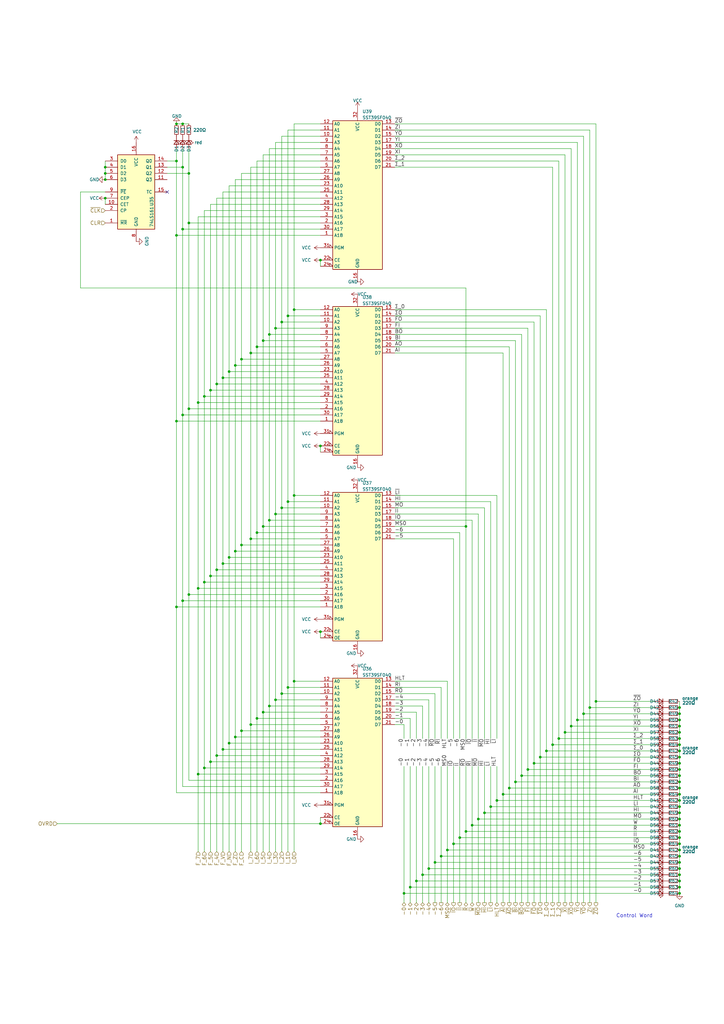
<source format=kicad_sch>
(kicad_sch (version 20230121) (generator eeschema)
  (paper "A3" portrait)
  (junction (at 43.18 81.28))
  (junction (at 91.44 154.94))
  (junction (at 86.36 160.02))
  (junction (at 278.765 333.375))
  (junction (at 96.52 302.26))
  (junction (at 74.93 170.18))
  (junction (at 120.65 279.4))
  (junction (at 77.47 167.64))
  (junction (at 77.47 243.84))
  (junction (at 115.57 208.28))
  (junction (at 173.355 358.775))
  (junction (at 278.765 363.855))
  (junction (at 198.755 333.375))
  (junction (at 278.765 307.975))
  (junction (at 43.18 71.12))
  (junction (at 278.765 338.455))
  (junction (at 219.075 313.055))
  (junction (at 221.615 310.515))
  (junction (at 72.39 96.52))
  (junction (at 118.11 205.74))
  (junction (at 74.93 93.98))
  (junction (at 96.52 149.86))
  (junction (at 239.395 292.735))
  (junction (at 278.765 348.615))
  (junction (at 93.98 228.6))
  (junction (at 211.455 320.675))
  (junction (at 72.39 172.72))
  (junction (at 234.315 297.815))
  (junction (at 93.98 152.4))
  (junction (at 115.57 132.08))
  (junction (at 81.28 165.1))
  (junction (at 83.82 162.56))
  (junction (at 77.47 91.44))
  (junction (at 278.765 328.295))
  (junction (at 229.235 302.895))
  (junction (at 72.39 66.04))
  (junction (at 193.675 338.455))
  (junction (at 191.135 215.9))
  (junction (at 278.765 295.275))
  (junction (at 74.93 50.8))
  (junction (at 105.41 142.24))
  (junction (at 83.82 314.96))
  (junction (at 168.275 363.855))
  (junction (at 178.435 353.695))
  (junction (at 86.36 236.22))
  (junction (at 278.765 302.895))
  (junction (at 99.06 223.52))
  (junction (at 43.18 73.66))
  (junction (at 86.36 312.42))
  (junction (at 226.695 305.435))
  (junction (at 216.535 315.595))
  (junction (at 118.11 129.54))
  (junction (at 77.47 71.12))
  (junction (at 93.98 304.8))
  (junction (at 131.445 182.88))
  (junction (at 165.735 366.395))
  (junction (at 88.9 233.68))
  (junction (at 206.375 325.755))
  (junction (at 278.765 292.735))
  (junction (at 278.765 343.535))
  (junction (at 72.39 248.92))
  (junction (at 102.87 297.18))
  (junction (at 88.9 309.88))
  (junction (at 43.18 68.58))
  (junction (at 213.995 318.135))
  (junction (at 99.06 147.32))
  (junction (at 278.765 330.835))
  (junction (at 244.475 287.655))
  (junction (at 278.765 300.355))
  (junction (at 81.28 317.5))
  (junction (at 278.765 366.395))
  (junction (at 99.06 299.72))
  (junction (at 175.895 356.235))
  (junction (at 278.765 361.315))
  (junction (at 278.765 356.235))
  (junction (at 278.765 310.515))
  (junction (at 118.11 281.94))
  (junction (at 105.41 294.64))
  (junction (at 186.055 346.075))
  (junction (at 107.95 215.9))
  (junction (at 278.765 315.595))
  (junction (at 180.975 351.155))
  (junction (at 278.765 318.135))
  (junction (at 113.03 287.02))
  (junction (at 278.765 290.195))
  (junction (at 91.44 307.34))
  (junction (at 102.87 220.98))
  (junction (at 231.775 300.355))
  (junction (at 81.28 241.3))
  (junction (at 278.765 340.995))
  (junction (at 83.82 238.76))
  (junction (at 74.93 68.58))
  (junction (at 224.155 307.975))
  (junction (at 241.935 290.195))
  (junction (at 278.765 358.775))
  (junction (at 110.49 213.36))
  (junction (at 170.815 361.315))
  (junction (at 105.41 218.44))
  (junction (at 278.765 313.055))
  (junction (at 88.9 157.48))
  (junction (at 278.765 335.915))
  (junction (at 96.52 226.06))
  (junction (at 91.44 231.14))
  (junction (at 120.65 203.2))
  (junction (at 278.765 346.075))
  (junction (at 278.765 323.215))
  (junction (at 188.595 343.535))
  (junction (at 278.765 297.815))
  (junction (at 131.445 259.08))
  (junction (at 113.03 210.82))
  (junction (at 131.445 337.82))
  (junction (at 278.765 305.435))
  (junction (at 278.765 320.675))
  (junction (at 131.445 106.68))
  (junction (at 183.515 348.615))
  (junction (at 107.95 139.7))
  (junction (at 201.295 330.835))
  (junction (at 278.765 325.755))
  (junction (at 203.835 328.295))
  (junction (at 208.915 323.215))
  (junction (at 278.765 353.695))
  (junction (at 74.93 246.38))
  (junction (at 110.49 137.16))
  (junction (at 278.765 351.155))
  (junction (at 236.855 295.275))
  (junction (at 107.95 292.1))
  (junction (at 191.135 340.995))
  (junction (at 102.87 144.78))
  (junction (at 113.03 134.62))
  (junction (at 72.39 50.8))
  (junction (at 110.49 289.56))
  (junction (at 120.65 127))
  (junction (at 115.57 284.48))
  (junction (at 196.215 335.915))
  (no_connect (at 68.58 78.74))
  (wire (pts (xy 33.02 78.74) (xy 33.02 118.11)))
  (wire (pts (xy 161.925 292.1) (xy 170.815 292.1)))
  (wire (pts (xy 278.765 333.375) (xy 278.765 335.915)))
  (wire (pts (xy 99.06 147.32) (xy 99.06 223.52)))
  (wire (pts (xy 93.98 228.6) (xy 93.98 304.8)))
  (wire (pts (xy 88.9 157.48) (xy 88.9 233.68)))
  (wire (pts (xy 102.87 68.58) (xy 131.445 68.58)))
  (wire (pts (xy 173.355 358.775) (xy 173.355 370.205)))
  (wire (pts (xy 81.28 165.1) (xy 131.445 165.1)))
  (wire (pts (xy 278.765 335.915) (xy 278.765 338.455)))
  (wire (pts (xy 278.765 330.835) (xy 278.765 333.375)))
  (wire (pts (xy 278.765 292.735) (xy 278.765 295.275)))
  (wire (pts (xy 278.765 300.355) (xy 278.765 302.895)))
  (wire (pts (xy 244.475 50.8) (xy 244.475 287.655)))
  (wire (pts (xy 99.06 223.52) (xy 99.06 299.72)))
  (wire (pts (xy 131.445 157.48) (xy 88.9 157.48)))
  (wire (pts (xy 278.765 343.535) (xy 278.765 346.075)))
  (wire (pts (xy 81.28 241.3) (xy 81.28 317.5)))
  (wire (pts (xy 91.44 154.94) (xy 131.445 154.94)))
  (wire (pts (xy 198.755 208.28) (xy 198.755 302.895)))
  (wire (pts (xy 186.055 220.98) (xy 186.055 302.895)))
  (wire (pts (xy 161.925 139.7) (xy 211.455 139.7)))
  (wire (pts (xy 211.455 139.7) (xy 211.455 320.675)))
  (wire (pts (xy 105.41 294.64) (xy 105.41 349.25)))
  (wire (pts (xy 198.755 333.375) (xy 268.605 333.375)))
  (wire (pts (xy 161.925 281.94) (xy 180.975 281.94)))
  (wire (pts (xy 107.95 215.9) (xy 107.95 292.1)))
  (wire (pts (xy 229.235 302.895) (xy 229.235 370.205)))
  (wire (pts (xy 74.93 60.96) (xy 74.93 68.58)))
  (wire (pts (xy 81.28 317.5) (xy 81.28 349.25)))
  (wire (pts (xy 186.055 346.075) (xy 186.055 370.205)))
  (wire (pts (xy 231.775 300.355) (xy 231.775 370.205)))
  (wire (pts (xy 219.075 132.08) (xy 219.075 313.055)))
  (wire (pts (xy 91.44 231.14) (xy 131.445 231.14)))
  (wire (pts (xy 74.93 246.38) (xy 131.445 246.38)))
  (wire (pts (xy 83.82 314.96) (xy 83.82 349.25)))
  (wire (pts (xy 278.765 351.155) (xy 278.765 353.695)))
  (wire (pts (xy 278.765 290.195) (xy 278.765 292.735)))
  (wire (pts (xy 72.39 96.52) (xy 131.445 96.52)))
  (wire (pts (xy 105.41 218.44) (xy 131.445 218.44)))
  (wire (pts (xy 180.975 281.94) (xy 180.975 302.895)))
  (wire (pts (xy 278.765 287.655) (xy 278.765 290.195)))
  (wire (pts (xy 131.445 81.28) (xy 88.9 81.28)))
  (wire (pts (xy 96.52 302.26) (xy 131.445 302.26)))
  (wire (pts (xy 131.445 215.9) (xy 107.95 215.9)))
  (wire (pts (xy 120.65 279.4) (xy 120.65 349.25)))
  (wire (pts (xy 115.57 208.28) (xy 115.57 284.48)))
  (wire (pts (xy 99.06 299.72) (xy 99.06 349.25)))
  (wire (pts (xy 96.52 73.66) (xy 96.52 149.86)))
  (wire (pts (xy 102.87 297.18) (xy 131.445 297.18)))
  (wire (pts (xy 77.47 243.84) (xy 77.47 320.04)))
  (wire (pts (xy 110.49 60.96) (xy 110.49 137.16)))
  (wire (pts (xy 278.765 318.135) (xy 278.765 320.675)))
  (wire (pts (xy 113.03 287.02) (xy 131.445 287.02)))
  (wire (pts (xy 161.925 129.54) (xy 221.615 129.54)))
  (wire (pts (xy 102.87 220.98) (xy 102.87 297.18)))
  (wire (pts (xy 105.41 142.24) (xy 131.445 142.24)))
  (wire (pts (xy 113.03 287.02) (xy 113.03 349.25)))
  (wire (pts (xy 131.445 335.28) (xy 131.445 337.82)))
  (wire (pts (xy 239.395 292.735) (xy 268.605 292.735)))
  (wire (pts (xy 107.95 139.7) (xy 107.95 215.9)))
  (wire (pts (xy 201.295 330.835) (xy 201.295 370.205)))
  (wire (pts (xy 110.49 137.16) (xy 110.49 213.36)))
  (wire (pts (xy 198.755 333.375) (xy 198.755 370.205)))
  (wire (pts (xy 161.925 58.42) (xy 236.855 58.42)))
  (wire (pts (xy 219.075 313.055) (xy 268.605 313.055)))
  (wire (pts (xy 165.735 314.325) (xy 165.735 366.395)))
  (wire (pts (xy 72.39 172.72) (xy 131.445 172.72)))
  (wire (pts (xy 161.925 144.78) (xy 206.375 144.78)))
  (wire (pts (xy 96.52 226.06) (xy 96.52 302.26)))
  (wire (pts (xy 118.11 129.54) (xy 118.11 205.74)))
  (wire (pts (xy 77.47 320.04) (xy 131.445 320.04)))
  (wire (pts (xy 196.215 210.82) (xy 196.215 302.895)))
  (wire (pts (xy 91.44 78.74) (xy 131.445 78.74)))
  (wire (pts (xy 278.765 356.235) (xy 278.765 358.775)))
  (wire (pts (xy 93.98 76.2) (xy 131.445 76.2)))
  (wire (pts (xy 72.39 66.04) (xy 72.39 96.52)))
  (wire (pts (xy 165.735 366.395) (xy 165.735 370.205)))
  (wire (pts (xy 183.515 279.4) (xy 183.515 302.895)))
  (wire (pts (xy 241.935 290.195) (xy 268.605 290.195)))
  (wire (pts (xy 180.975 351.155) (xy 180.975 370.205)))
  (wire (pts (xy 213.995 318.135) (xy 213.995 370.205)))
  (wire (pts (xy 241.935 53.34) (xy 241.935 290.195)))
  (wire (pts (xy 161.925 289.56) (xy 173.355 289.56)))
  (wire (pts (xy 74.93 93.98) (xy 74.93 170.18)))
  (wire (pts (xy 219.075 313.055) (xy 219.075 370.205)))
  (wire (pts (xy 131.445 86.36) (xy 83.82 86.36)))
  (wire (pts (xy 96.52 226.06) (xy 131.445 226.06)))
  (wire (pts (xy 113.03 210.82) (xy 131.445 210.82)))
  (wire (pts (xy 77.47 91.44) (xy 77.47 167.64)))
  (wire (pts (xy 105.41 142.24) (xy 105.41 218.44)))
  (wire (pts (xy 168.275 294.64) (xy 168.275 302.895)))
  (wire (pts (xy 74.93 50.8) (xy 77.47 50.8)))
  (wire (pts (xy 221.615 129.54) (xy 221.615 310.515)))
  (wire (pts (xy 244.475 287.655) (xy 268.605 287.655)))
  (wire (pts (xy 102.87 297.18) (xy 102.87 349.25)))
  (wire (pts (xy 278.765 315.595) (xy 278.765 318.135)))
  (wire (pts (xy 170.815 361.315) (xy 268.605 361.315)))
  (wire (pts (xy 93.98 76.2) (xy 93.98 152.4)))
  (wire (pts (xy 81.28 241.3) (xy 131.445 241.3)))
  (wire (pts (xy 201.295 330.835) (xy 268.605 330.835)))
  (wire (pts (xy 120.65 50.8) (xy 131.445 50.8)))
  (wire (pts (xy 118.11 281.94) (xy 118.11 349.25)))
  (wire (pts (xy 175.895 356.235) (xy 175.895 370.205)))
  (wire (pts (xy 161.925 63.5) (xy 231.775 63.5)))
  (wire (pts (xy 170.815 292.1) (xy 170.815 302.895)))
  (wire (pts (xy 43.18 71.12) (xy 43.18 73.66)))
  (wire (pts (xy 278.765 358.775) (xy 278.765 361.315)))
  (wire (pts (xy 161.925 218.44) (xy 188.595 218.44)))
  (wire (pts (xy 161.925 297.18) (xy 165.735 297.18)))
  (wire (pts (xy 74.93 170.18) (xy 131.445 170.18)))
  (wire (pts (xy 221.615 310.515) (xy 268.605 310.515)))
  (wire (pts (xy 168.275 363.855) (xy 168.275 370.205)))
  (wire (pts (xy 226.695 305.435) (xy 226.695 370.205)))
  (wire (pts (xy 86.36 236.22) (xy 131.445 236.22)))
  (wire (pts (xy 120.65 203.2) (xy 131.445 203.2)))
  (wire (pts (xy 175.895 287.02) (xy 175.895 302.895)))
  (wire (pts (xy 278.765 353.695) (xy 278.765 356.235)))
  (wire (pts (xy 278.765 328.295) (xy 278.765 330.835)))
  (wire (pts (xy 161.925 220.98) (xy 186.055 220.98)))
  (wire (pts (xy 231.775 63.5) (xy 231.775 300.355)))
  (wire (pts (xy 193.675 314.325) (xy 193.675 338.455)))
  (wire (pts (xy 23.495 337.82) (xy 131.445 337.82)))
  (wire (pts (xy 113.03 58.42) (xy 113.03 134.62)))
  (wire (pts (xy 278.765 297.815) (xy 278.765 300.355)))
  (wire (pts (xy 206.375 144.78) (xy 206.375 325.755)))
  (wire (pts (xy 83.82 162.56) (xy 83.82 238.76)))
  (wire (pts (xy 201.295 314.325) (xy 201.295 330.835)))
  (wire (pts (xy 278.765 361.315) (xy 278.765 363.855)))
  (wire (pts (xy 118.11 53.34) (xy 118.11 129.54)))
  (wire (pts (xy 113.03 210.82) (xy 113.03 287.02)))
  (wire (pts (xy 88.9 309.88) (xy 88.9 349.25)))
  (wire (pts (xy 105.41 66.04) (xy 105.41 142.24)))
  (wire (pts (xy 196.215 335.915) (xy 196.215 370.205)))
  (wire (pts (xy 86.36 160.02) (xy 131.445 160.02)))
  (wire (pts (xy 110.49 60.96) (xy 131.445 60.96)))
  (wire (pts (xy 131.445 259.08) (xy 131.445 261.62)))
  (wire (pts (xy 102.87 68.58) (xy 102.87 144.78)))
  (wire (pts (xy 86.36 83.82) (xy 86.36 160.02)))
  (wire (pts (xy 105.41 218.44) (xy 105.41 294.64)))
  (wire (pts (xy 161.925 134.62) (xy 216.535 134.62)))
  (wire (pts (xy 234.315 297.815) (xy 268.605 297.815)))
  (wire (pts (xy 93.98 304.8) (xy 93.98 349.25)))
  (wire (pts (xy 68.58 66.04) (xy 72.39 66.04)))
  (wire (pts (xy 193.675 338.455) (xy 268.605 338.455)))
  (wire (pts (xy 224.155 307.975) (xy 268.605 307.975)))
  (wire (pts (xy 236.855 295.275) (xy 268.605 295.275)))
  (wire (pts (xy 236.855 295.275) (xy 236.855 370.205)))
  (wire (pts (xy 175.895 356.235) (xy 268.605 356.235)))
  (wire (pts (xy 278.765 325.755) (xy 278.765 328.295)))
  (wire (pts (xy 99.06 299.72) (xy 131.445 299.72)))
  (wire (pts (xy 175.895 314.325) (xy 175.895 356.235)))
  (wire (pts (xy 168.275 363.855) (xy 268.605 363.855)))
  (wire (pts (xy 102.87 144.78) (xy 131.445 144.78)))
  (wire (pts (xy 77.47 60.96) (xy 77.47 71.12)))
  (wire (pts (xy 93.98 152.4) (xy 93.98 228.6)))
  (wire (pts (xy 178.435 353.695) (xy 268.605 353.695)))
  (wire (pts (xy 93.98 304.8) (xy 131.445 304.8)))
  (wire (pts (xy 120.65 279.4) (xy 131.445 279.4)))
  (wire (pts (xy 77.47 243.84) (xy 131.445 243.84)))
  (wire (pts (xy 131.445 106.68) (xy 131.445 109.22)))
  (wire (pts (xy 72.39 172.72) (xy 72.39 248.92)))
  (wire (pts (xy 81.28 317.5) (xy 131.445 317.5)))
  (wire (pts (xy 180.975 314.325) (xy 180.975 351.155)))
  (wire (pts (xy 161.925 53.34) (xy 241.935 53.34)))
  (wire (pts (xy 161.925 68.58) (xy 226.695 68.58)))
  (wire (pts (xy 278.765 307.975) (xy 278.765 310.515)))
  (wire (pts (xy 91.44 231.14) (xy 91.44 307.34)))
  (wire (pts (xy 191.135 340.995) (xy 268.605 340.995)))
  (wire (pts (xy 105.41 66.04) (xy 131.445 66.04)))
  (wire (pts (xy 173.355 314.325) (xy 173.355 358.775)))
  (wire (pts (xy 68.58 68.58) (xy 74.93 68.58)))
  (wire (pts (xy 120.65 203.2) (xy 120.65 279.4)))
  (wire (pts (xy 161.925 215.9) (xy 191.135 215.9)))
  (wire (pts (xy 131.445 238.76) (xy 83.82 238.76)))
  (wire (pts (xy 201.295 205.74) (xy 201.295 302.895)))
  (wire (pts (xy 131.445 162.56) (xy 83.82 162.56)))
  (wire (pts (xy 74.93 93.98) (xy 131.445 93.98)))
  (wire (pts (xy 86.36 83.82) (xy 131.445 83.82)))
  (wire (pts (xy 72.39 50.8) (xy 74.93 50.8)))
  (wire (pts (xy 120.65 50.8) (xy 120.65 127)))
  (wire (pts (xy 203.835 328.295) (xy 268.605 328.295)))
  (wire (pts (xy 161.925 60.96) (xy 234.315 60.96)))
  (wire (pts (xy 102.87 220.98) (xy 131.445 220.98)))
  (wire (pts (xy 216.535 134.62) (xy 216.535 315.595)))
  (wire (pts (xy 211.455 320.675) (xy 211.455 370.205)))
  (wire (pts (xy 113.03 58.42) (xy 131.445 58.42)))
  (wire (pts (xy 43.18 78.74) (xy 33.02 78.74)))
  (wire (pts (xy 191.135 340.995) (xy 191.135 370.205)))
  (wire (pts (xy 239.395 55.88) (xy 239.395 292.735)))
  (wire (pts (xy 278.765 295.275) (xy 278.765 297.815)))
  (wire (pts (xy 244.475 287.655) (xy 244.475 370.205)))
  (wire (pts (xy 77.47 167.64) (xy 77.47 243.84)))
  (wire (pts (xy 168.275 314.325) (xy 168.275 363.855)))
  (wire (pts (xy 131.445 314.96) (xy 83.82 314.96)))
  (wire (pts (xy 77.47 71.12) (xy 77.47 91.44)))
  (wire (pts (xy 161.925 66.04) (xy 229.235 66.04)))
  (wire (pts (xy 239.395 292.735) (xy 239.395 370.205)))
  (wire (pts (xy 110.49 137.16) (xy 131.445 137.16)))
  (wire (pts (xy 178.435 353.695) (xy 178.435 370.205)))
  (wire (pts (xy 105.41 294.64) (xy 131.445 294.64)))
  (wire (pts (xy 206.375 325.755) (xy 268.605 325.755)))
  (wire (pts (xy 278.765 363.855) (xy 278.765 366.395)))
  (wire (pts (xy 188.595 343.535) (xy 188.595 370.205)))
  (wire (pts (xy 72.39 248.92) (xy 72.39 325.12)))
  (wire (pts (xy 278.765 323.215) (xy 278.765 325.755)))
  (wire (pts (xy 183.515 348.615) (xy 268.605 348.615)))
  (wire (pts (xy 208.915 142.24) (xy 208.915 323.215)))
  (wire (pts (xy 231.775 300.355) (xy 268.605 300.355)))
  (wire (pts (xy 188.595 218.44) (xy 188.595 302.895)))
  (wire (pts (xy 96.52 73.66) (xy 131.445 73.66)))
  (wire (pts (xy 43.18 81.28) (xy 43.18 83.82)))
  (wire (pts (xy 88.9 81.28) (xy 88.9 157.48)))
  (wire (pts (xy 203.835 314.325) (xy 203.835 328.295)))
  (wire (pts (xy 188.595 314.325) (xy 188.595 343.535)))
  (wire (pts (xy 221.615 310.515) (xy 221.615 370.205)))
  (wire (pts (xy 43.18 66.04) (xy 43.18 68.58)))
  (wire (pts (xy 183.515 279.4) (xy 161.925 279.4)))
  (wire (pts (xy 86.36 312.42) (xy 86.36 349.25)))
  (wire (pts (xy 188.595 343.535) (xy 268.605 343.535)))
  (wire (pts (xy 161.925 132.08) (xy 219.075 132.08)))
  (wire (pts (xy 198.755 314.325) (xy 198.755 333.375)))
  (wire (pts (xy 224.155 307.975) (xy 224.155 370.205)))
  (wire (pts (xy 203.835 328.295) (xy 203.835 370.205)))
  (wire (pts (xy 110.49 289.56) (xy 131.445 289.56)))
  (wire (pts (xy 93.98 228.6) (xy 131.445 228.6)))
  (wire (pts (xy 196.215 335.915) (xy 268.605 335.915)))
  (wire (pts (xy 96.52 302.26) (xy 96.52 349.25)))
  (wire (pts (xy 196.215 314.325) (xy 196.215 335.915)))
  (wire (pts (xy 278.765 313.055) (xy 278.765 315.595)))
  (wire (pts (xy 191.135 215.9) (xy 191.135 118.11)))
  (wire (pts (xy 131.445 182.88) (xy 131.445 185.42)))
  (wire (pts (xy 178.435 284.48) (xy 178.435 302.895)))
  (wire (pts (xy 110.49 213.36) (xy 131.445 213.36)))
  (wire (pts (xy 93.98 152.4) (xy 131.445 152.4)))
  (wire (pts (xy 234.315 297.815) (xy 234.315 370.205)))
  (wire (pts (xy 115.57 132.08) (xy 131.445 132.08)))
  (wire (pts (xy 118.11 129.54) (xy 131.445 129.54)))
  (wire (pts (xy 72.39 66.04) (xy 72.39 60.96)))
  (wire (pts (xy 96.52 149.86) (xy 96.52 226.06)))
  (wire (pts (xy 115.57 284.48) (xy 131.445 284.48)))
  (wire (pts (xy 74.93 322.58) (xy 131.445 322.58)))
  (wire (pts (xy 43.18 68.58) (xy 43.18 71.12)))
  (wire (pts (xy 115.57 55.88) (xy 131.445 55.88)))
  (wire (pts (xy 74.93 246.38) (xy 74.93 322.58)))
  (wire (pts (xy 193.675 338.455) (xy 193.675 370.205)))
  (wire (pts (xy 131.445 292.1) (xy 107.95 292.1)))
  (wire (pts (xy 118.11 205.74) (xy 131.445 205.74)))
  (wire (pts (xy 115.57 284.48) (xy 115.57 349.25)))
  (wire (pts (xy 180.975 351.155) (xy 268.605 351.155)))
  (wire (pts (xy 74.93 68.58) (xy 74.93 93.98)))
  (wire (pts (xy 236.855 58.42) (xy 236.855 295.275)))
  (wire (pts (xy 96.52 149.86) (xy 131.445 149.86)))
  (wire (pts (xy 278.765 305.435) (xy 278.765 307.975)))
  (wire (pts (xy 118.11 53.34) (xy 131.445 53.34)))
  (wire (pts (xy 161.925 142.24) (xy 208.915 142.24)))
  (wire (pts (xy 102.87 144.78) (xy 102.87 220.98)))
  (wire (pts (xy 191.135 215.9) (xy 191.135 302.895)))
  (wire (pts (xy 131.445 139.7) (xy 107.95 139.7)))
  (wire (pts (xy 113.03 134.62) (xy 113.03 210.82)))
  (wire (pts (xy 208.915 323.215) (xy 208.915 370.205)))
  (wire (pts (xy 170.815 361.315) (xy 170.815 370.205)))
  (wire (pts (xy 91.44 78.74) (xy 91.44 154.94)))
  (wire (pts (xy 229.235 66.04) (xy 229.235 302.895)))
  (wire (pts (xy 113.03 134.62) (xy 131.445 134.62)))
  (wire (pts (xy 131.445 63.5) (xy 107.95 63.5)))
  (wire (pts (xy 107.95 63.5) (xy 107.95 139.7)))
  (wire (pts (xy 186.055 346.075) (xy 268.605 346.075)))
  (wire (pts (xy 208.915 323.215) (xy 268.605 323.215)))
  (wire (pts (xy 191.135 314.325) (xy 191.135 340.995)))
  (wire (pts (xy 161.925 213.36) (xy 193.675 213.36)))
  (wire (pts (xy 99.06 71.12) (xy 131.445 71.12)))
  (wire (pts (xy 165.735 297.18) (xy 165.735 302.895)))
  (wire (pts (xy 86.36 160.02) (xy 86.36 236.22)))
  (wire (pts (xy 91.44 307.34) (xy 91.44 349.25)))
  (wire (pts (xy 213.995 137.16) (xy 213.995 318.135)))
  (wire (pts (xy 120.65 127) (xy 120.65 203.2)))
  (wire (pts (xy 161.925 287.02) (xy 175.895 287.02)))
  (wire (pts (xy 173.355 289.56) (xy 173.355 302.895)))
  (wire (pts (xy 91.44 307.34) (xy 131.445 307.34)))
  (wire (pts (xy 224.155 127) (xy 224.155 307.975)))
  (wire (pts (xy 86.36 312.42) (xy 131.445 312.42)))
  (wire (pts (xy 99.06 71.12) (xy 99.06 147.32)))
  (wire (pts (xy 211.455 320.675) (xy 268.605 320.675)))
  (wire (pts (xy 33.02 118.11) (xy 191.135 118.11)))
  (wire (pts (xy 278.765 348.615) (xy 278.765 351.155)))
  (wire (pts (xy 278.765 338.455) (xy 278.765 340.995)))
  (wire (pts (xy 173.355 358.775) (xy 268.605 358.775)))
  (wire (pts (xy 118.11 281.94) (xy 131.445 281.94)))
  (wire (pts (xy 107.95 292.1) (xy 107.95 349.25)))
  (wire (pts (xy 77.47 167.64) (xy 131.445 167.64)))
  (wire (pts (xy 161.925 203.2) (xy 203.835 203.2)))
  (wire (pts (xy 91.44 154.94) (xy 91.44 231.14)))
  (wire (pts (xy 81.28 88.9) (xy 131.445 88.9)))
  (wire (pts (xy 72.39 325.12) (xy 131.445 325.12)))
  (wire (pts (xy 161.925 127) (xy 224.155 127)))
  (wire (pts (xy 131.445 233.68) (xy 88.9 233.68)))
  (wire (pts (xy 183.515 348.615) (xy 183.515 370.205)))
  (wire (pts (xy 193.675 213.36) (xy 193.675 302.895)))
  (wire (pts (xy 77.47 91.44) (xy 131.445 91.44)))
  (wire (pts (xy 278.765 340.995) (xy 278.765 343.535)))
  (wire (pts (xy 83.82 86.36) (xy 83.82 162.56)))
  (wire (pts (xy 216.535 315.595) (xy 268.605 315.595)))
  (wire (pts (xy 81.28 165.1) (xy 81.28 241.3)))
  (wire (pts (xy 203.835 203.2) (xy 203.835 302.895)))
  (wire (pts (xy 186.055 314.325) (xy 186.055 346.075)))
  (wire (pts (xy 72.39 96.52) (xy 72.39 172.72)))
  (wire (pts (xy 88.9 233.68) (xy 88.9 309.88)))
  (wire (pts (xy 278.765 302.895) (xy 278.765 305.435)))
  (wire (pts (xy 74.93 170.18) (xy 74.93 246.38)))
  (wire (pts (xy 229.235 302.895) (xy 268.605 302.895)))
  (wire (pts (xy 115.57 132.08) (xy 115.57 208.28)))
  (wire (pts (xy 278.765 310.515) (xy 278.765 313.055)))
  (wire (pts (xy 81.28 88.9) (xy 81.28 165.1)))
  (wire (pts (xy 110.49 289.56) (xy 110.49 349.25)))
  (wire (pts (xy 234.315 60.96) (xy 234.315 297.815)))
  (wire (pts (xy 213.995 318.135) (xy 268.605 318.135)))
  (wire (pts (xy 161.925 50.8) (xy 244.475 50.8)))
  (wire (pts (xy 196.215 210.82) (xy 161.925 210.82)))
  (wire (pts (xy 278.765 320.675) (xy 278.765 323.215)))
  (wire (pts (xy 99.06 223.52) (xy 131.445 223.52)))
  (wire (pts (xy 226.695 305.435) (xy 268.605 305.435)))
  (wire (pts (xy 278.765 346.075) (xy 278.765 348.615)))
  (wire (pts (xy 161.925 205.74) (xy 201.295 205.74)))
  (wire (pts (xy 183.515 314.325) (xy 183.515 348.615)))
  (wire (pts (xy 178.435 314.325) (xy 178.435 353.695)))
  (wire (pts (xy 161.925 55.88) (xy 239.395 55.88)))
  (wire (pts (xy 120.65 127) (xy 131.445 127)))
  (wire (pts (xy 161.925 208.28) (xy 198.755 208.28)))
  (wire (pts (xy 161.925 294.64) (xy 168.275 294.64)))
  (wire (pts (xy 216.535 315.595) (xy 216.535 370.205)))
  (wire (pts (xy 131.445 309.88) (xy 88.9 309.88)))
  (wire (pts (xy 170.815 314.325) (xy 170.815 361.315)))
  (wire (pts (xy 99.06 147.32) (xy 131.445 147.32)))
  (wire (pts (xy 115.57 208.28) (xy 131.445 208.28)))
  (wire (pts (xy 161.925 137.16) (xy 213.995 137.16)))
  (wire (pts (xy 226.695 68.58) (xy 226.695 305.435)))
  (wire (pts (xy 115.57 55.88) (xy 115.57 132.08)))
  (wire (pts (xy 72.39 248.92) (xy 131.445 248.92)))
  (wire (pts (xy 86.36 236.22) (xy 86.36 312.42)))
  (wire (pts (xy 118.11 205.74) (xy 118.11 281.94)))
  (wire (pts (xy 165.735 366.395) (xy 268.605 366.395)))
  (wire (pts (xy 178.435 284.48) (xy 161.925 284.48)))
  (wire (pts (xy 83.82 238.76) (xy 83.82 314.96)))
  (wire (pts (xy 68.58 71.12) (xy 77.47 71.12)))
  (wire (pts (xy 110.49 213.36) (xy 110.49 289.56)))
  (wire (pts (xy 241.935 290.195) (xy 241.935 370.205)))
  (wire (pts (xy 206.375 325.755) (xy 206.375 370.205)))
  (text "Control Word\n" (at 252.73 376.555 0) (effects (font (size 1.524 1.524)) (justify left bottom)))
  (label "~{II}" (at 259.715 343.535 0) (effects (font (size 1.524 1.524))))
  (label "-0" (at 161.925 297.18 0) (effects (font (size 1.524 1.524))))
  (label "MS0" (at 161.925 215.9 0) (effects (font (size 1.524 1.524))))
  (label "-2" (at 170.815 302.895 270) (effects (font (size 1.524 1.524))))
  (label "~{HI}" (at 198.755 314.325 90) (effects (font (size 1.524 1.524))))
  (label "HLT" (at 183.515 302.895 270) (effects (font (size 1.524 1.524))))
  (label "-0" (at 259.715 366.395 0) (effects (font (size 1.524 1.524))))
  (label "~{BO}" (at 259.715 318.135 0) (effects (font (size 1.524 1.524))))
  (label "~{ΣO}" (at 161.925 129.54 0) (effects (font (size 1.524 1.524))))
  (label "~{RI}" (at 193.675 314.325 90) (effects (font (size 1.524 1.524))))
  (label "-3" (at 173.355 314.325 90) (effects (font (size 1.524 1.524))))
  (label "~{II}" (at 161.925 210.82 0) (effects (font (size 1.524 1.524))))
  (label "~{R}" (at 259.715 340.995 0) (effects (font (size 1.524 1.524))))
  (label "-5" (at 161.925 220.98 0) (effects (font (size 1.524 1.524))))
  (label "~{FI}" (at 161.925 134.62 0) (effects (font (size 1.524 1.524))))
  (label "MS0" (at 191.135 302.895 270) (effects (font (size 1.524 1.524))))
  (label "-4" (at 175.895 302.895 270) (effects (font (size 1.524 1.524))))
  (label "-4" (at 259.715 356.235 0) (effects (font (size 1.524 1.524))))
  (label "~{BI}" (at 259.715 320.675 0) (effects (font (size 1.524 1.524))))
  (label "~{XO}" (at 259.715 297.815 0) (effects (font (size 1.524 1.524))))
  (label "~{FI}" (at 259.715 315.595 0) (effects (font (size 1.524 1.524))))
  (label "-5" (at 259.715 353.695 0) (effects (font (size 1.524 1.524))))
  (label "~{MO}" (at 161.925 208.28 0) (effects (font (size 1.524 1.524))))
  (label "~{AO}" (at 161.925 142.24 0) (effects (font (size 1.524 1.524))))
  (label "-1" (at 168.275 314.325 90) (effects (font (size 1.524 1.524))))
  (label "-2" (at 259.715 361.315 0) (effects (font (size 1.524 1.524))))
  (label "~{LI}" (at 201.295 314.325 90) (effects (font (size 1.524 1.524))))
  (label "~{HI}" (at 161.925 205.74 0) (effects (font (size 1.524 1.524))))
  (label "~{HI}" (at 201.295 302.895 270) (effects (font (size 1.524 1.524))))
  (label "-3" (at 259.715 358.775 0) (effects (font (size 1.524 1.524))))
  (label "~{ΣO}" (at 259.715 310.515 0) (effects (font (size 1.524 1.524))))
  (label "Σ_0" (at 161.925 127 0) (effects (font (size 1.524 1.524))))
  (label "-0" (at 165.735 314.325 90) (effects (font (size 1.524 1.524))))
  (label "-1" (at 168.275 302.895 270) (effects (font (size 1.524 1.524))))
  (label "-4" (at 175.895 314.325 90) (effects (font (size 1.524 1.524))))
  (label "Σ_0" (at 259.715 307.975 0) (effects (font (size 1.524 1.524))))
  (label "~{AI}" (at 259.715 325.755 0) (effects (font (size 1.524 1.524))))
  (label "~{IO}" (at 193.675 302.895 270) (effects (font (size 1.524 1.524))))
  (label "-5" (at 186.055 302.895 270) (effects (font (size 1.524 1.524))))
  (label "~{IO}" (at 161.925 213.36 0) (effects (font (size 1.524 1.524))))
  (label "~{RO}" (at 161.925 284.48 0) (effects (font (size 1.524 1.524))))
  (label "HLT" (at 203.835 314.325 90) (effects (font (size 1.524 1.524))))
  (label "~{RI}" (at 161.925 281.94 0) (effects (font (size 1.524 1.524))))
  (label "Σ_1" (at 259.715 305.435 0) (effects (font (size 1.524 1.524))))
  (label "~{BO}" (at 161.925 137.16 0) (effects (font (size 1.524 1.524))))
  (label "~{XO}" (at 161.925 60.96 0) (effects (font (size 1.524 1.524))))
  (label "~{IO}" (at 186.055 314.325 90) (effects (font (size 1.524 1.524))))
  (label "Σ_2" (at 161.925 66.04 0) (effects (font (size 1.524 1.524))))
  (label "~{MO}" (at 259.715 335.915 0) (effects (font (size 1.524 1.524))))
  (label "-5" (at 178.435 314.325 90) (effects (font (size 1.524 1.524))))
  (label "-3" (at 173.355 302.895 270) (effects (font (size 1.524 1.524))))
  (label "HLT" (at 259.715 328.295 0) (effects (font (size 1.524 1.524))))
  (label "HLT" (at 161.925 279.4 0) (effects (font (size 1.524 1.524))))
  (label "~{BI}" (at 161.925 139.7 0) (effects (font (size 1.524 1.524))))
  (label "~{AO}" (at 259.715 323.215 0) (effects (font (size 1.524 1.524))))
  (label "~{ZO}" (at 161.925 50.8 0) (effects (font (size 1.524 1.524))))
  (label "~{YI}" (at 161.925 58.42 0) (effects (font (size 1.524 1.524))))
  (label "~{LI}" (at 259.715 330.835 0) (effects (font (size 1.524 1.524))))
  (label "~{MO}" (at 198.755 302.895 270) (effects (font (size 1.524 1.524))))
  (label "~{RO}" (at 178.435 302.895 270) (effects (font (size 1.524 1.524))))
  (label "~{MO}" (at 196.215 314.325 90) (effects (font (size 1.524 1.524))))
  (label "-1" (at 161.925 294.64 0) (effects (font (size 1.524 1.524))))
  (label "-1" (at 259.715 363.855 0) (effects (font (size 1.524 1.524))))
  (label "~{HI}" (at 259.715 333.375 0) (effects (font (size 1.524 1.524))))
  (label "MS0" (at 183.515 314.325 90) (effects (font (size 1.524 1.524))))
  (label "~{XI}" (at 259.715 300.355 0) (effects (font (size 1.524 1.524))))
  (label "MS0" (at 259.715 348.615 0) (effects (font (size 1.524 1.524))))
  (label "~{AI}" (at 161.925 144.78 0) (effects (font (size 1.524 1.524))))
  (label "~{W}" (at 259.715 338.455 0) (effects (font (size 1.524 1.524))))
  (label "~{ZO}" (at 259.715 287.655 0) (effects (font (size 1.524 1.524))))
  (label "~{XI}" (at 161.925 63.5 0) (effects (font (size 1.524 1.524))))
  (label "Σ_1" (at 161.925 68.58 0) (effects (font (size 1.524 1.524))))
  (label "~{II}" (at 188.595 314.325 90) (effects (font (size 1.524 1.524))))
  (label "-2" (at 170.815 314.325 90) (effects (font (size 1.524 1.524))))
  (label "~{FO}" (at 259.715 313.055 0) (effects (font (size 1.524 1.524))))
  (label "-6" (at 188.595 302.895 270) (effects (font (size 1.524 1.524))))
  (label "~{RI}" (at 180.975 302.895 270) (effects (font (size 1.524 1.524))))
  (label "-4" (at 161.925 287.02 0) (effects (font (size 1.524 1.524))))
  (label "-6" (at 259.715 351.155 0) (effects (font (size 1.524 1.524))))
  (label "Σ_2" (at 259.715 302.895 0) (effects (font (size 1.524 1.524))))
  (label "~{FO}" (at 161.925 132.08 0) (effects (font (size 1.524 1.524))))
  (label "~{YO}" (at 161.925 55.88 0) (effects (font (size 1.524 1.524))))
  (label "ZI" (at 259.715 290.195 0) (effects (font (size 1.524 1.524))))
  (label "~{RO}" (at 191.135 314.325 90) (effects (font (size 1.524 1.524))))
  (label "~{YO}" (at 259.715 292.735 0) (effects (font (size 1.524 1.524))))
  (label "~{LI}" (at 161.925 203.2 0) (effects (font (size 1.524 1.524))))
  (label "-3" (at 161.925 289.56 0) (effects (font (size 1.524 1.524))))
  (label "~{IO}" (at 259.715 346.075 0) (effects (font (size 1.524 1.524))))
  (label "~{II}" (at 196.215 302.895 270) (effects (font (size 1.524 1.524))))
  (label "-6" (at 180.975 314.325 90) (effects (font (size 1.524 1.524))))
  (label "ZI" (at 161.925 53.34 0) (effects (font (size 1.524 1.524))))
  (label "~{LI}" (at 203.835 302.895 270) (effects (font (size 1.524 1.524))))
  (label "-6" (at 161.925 218.44 0) (effects (font (size 1.524 1.524))))
  (label "-0" (at 165.735 302.895 270) (effects (font (size 1.524 1.524))))
  (label "~{YI}" (at 259.715 295.275 0) (effects (font (size 1.524 1.524))))
  (label "-2" (at 161.925 292.1 0) (effects (font (size 1.524 1.524))))
  (hierarchical_label "-1" (shape tri_state) (at 168.275 370.205 270) (effects (font (size 1.524 1.524))))
  (hierarchical_label "~{ZO}" (shape output) (at 244.475 370.205 270) (effects (font (size 1.524 1.524))))
  (hierarchical_label "I_6" (shape input) (at 105.41 349.25 270) (effects (font (size 1.524 1.524))))
  (hierarchical_label "~{FI}" (shape output) (at 216.535 370.205 270) (effects (font (size 1.524 1.524))))
  (hierarchical_label "F_V" (shape input) (at 91.44 349.25 270) (effects (font (size 1.524 1.524))))
  (hierarchical_label "-6" (shape output) (at 180.975 370.205 270) (effects (font (size 1.524 1.524))))
  (hierarchical_label "-2" (shape tri_state) (at 170.815 370.205 270) (effects (font (size 1.524 1.524))))
  (hierarchical_label "~{XO}" (shape output) (at 234.315 370.205 270) (effects (font (size 1.524 1.524))))
  (hierarchical_label "~{XI}" (shape output) (at 231.775 370.205 270) (effects (font (size 1.524 1.524))))
  (hierarchical_label "~{BI}" (shape output) (at 211.455 370.205 270) (effects (font (size 1.524 1.524))))
  (hierarchical_label "-4" (shape tri_state) (at 175.895 370.205 270) (effects (font (size 1.524 1.524))))
  (hierarchical_label "~{CLK}" (shape input) (at 43.18 86.36 180) (effects (font (size 1.524 1.524))))
  (hierarchical_label "~{YI}" (shape output) (at 236.855 370.205 270) (effects (font (size 1.524 1.524))))
  (hierarchical_label "ZI" (shape output) (at 241.935 370.205 270) (effects (font (size 1.524 1.524))))
  (hierarchical_label "~{MO}" (shape output) (at 196.215 370.205 270) (effects (font (size 1.524 1.524))))
  (hierarchical_label "F_N" (shape input) (at 93.98 349.25 270) (effects (font (size 1.524 1.524))))
  (hierarchical_label "F_Z" (shape input) (at 96.52 349.25 270) (effects (font (size 1.524 1.524))))
  (hierarchical_label "~{R}" (shape tri_state) (at 191.135 370.205 270) (effects (font (size 1.524 1.524))))
  (hierarchical_label "~{AO}" (shape output) (at 208.915 370.205 270) (effects (font (size 1.524 1.524))))
  (hierarchical_label "~{BO}" (shape output) (at 213.995 370.205 270) (effects (font (size 1.524 1.524))))
  (hierarchical_label "I_2" (shape input) (at 115.57 349.25 270) (effects (font (size 1.524 1.524))))
  (hierarchical_label "-0" (shape tri_state) (at 165.735 370.205 270) (effects (font (size 1.524 1.524))))
  (hierarchical_label "HLT" (shape tri_state) (at 203.835 370.205 270) (effects (font (size 1.524 1.524))))
  (hierarchical_label "I_5" (shape input) (at 107.95 349.25 270) (effects (font (size 1.524 1.524))))
  (hierarchical_label "F_4" (shape input) (at 88.9 349.25 270) (effects (font (size 1.524 1.524))))
  (hierarchical_label "F_5" (shape input) (at 86.36 349.25 270) (effects (font (size 1.524 1.524))))
  (hierarchical_label "F_7" (shape input) (at 81.28 349.25 270) (effects (font (size 1.524 1.524))))
  (hierarchical_label "~{YO}" (shape output) (at 239.395 370.205 270) (effects (font (size 1.524 1.524))))
  (hierarchical_label "OVRD" (shape input) (at 23.495 337.82 180) (effects (font (size 1.524 1.524))))
  (hierarchical_label "MS0" (shape tri_state) (at 183.515 370.205 270) (effects (font (size 1.524 1.524))))
  (hierarchical_label "-5" (shape output) (at 178.435 370.205 270) (effects (font (size 1.524 1.524))))
  (hierarchical_label "~{IO}" (shape output) (at 186.055 370.205 270) (effects (font (size 1.524 1.524))))
  (hierarchical_label "I_7" (shape input) (at 102.87 349.25 270) (effects (font (size 1.524 1.524))))
  (hierarchical_label "I_1" (shape input) (at 118.11 349.25 270) (effects (font (size 1.524 1.524))))
  (hierarchical_label "~{LI}" (shape output) (at 201.295 370.205 270) (effects (font (size 1.524 1.524))))
  (hierarchical_label "I_3" (shape input) (at 113.03 349.25 270) (effects (font (size 1.524 1.524))))
  (hierarchical_label "~{HI}" (shape output) (at 198.755 370.205 270) (effects (font (size 1.524 1.524))))
  (hierarchical_label "F_6" (shape input) (at 83.82 349.25 270) (effects (font (size 1.524 1.524))))
  (hierarchical_label "~{W}" (shape tri_state) (at 193.675 370.205 270) (effects (font (size 1.524 1.524))))
  (hierarchical_label "Σ_1" (shape output) (at 226.695 370.205 270) (effects (font (size 1.524 1.524))))
  (hierarchical_label "~{ΣO}" (shape output) (at 221.615 370.205 270) (effects (font (size 1.524 1.524))))
  (hierarchical_label "-3" (shape tri_state) (at 173.355 370.205 270) (effects (font (size 1.524 1.524))))
  (hierarchical_label "~{FO}" (shape output) (at 219.075 370.205 270) (effects (font (size 1.524 1.524))))
  (hierarchical_label "~{AI}" (shape output) (at 206.375 370.205 270) (effects (font (size 1.524 1.524))))
  (hierarchical_label "~{II}" (shape output) (at 188.595 370.205 270) (effects (font (size 1.524 1.524))))
  (hierarchical_label "I_0" (shape input) (at 120.65 349.25 270) (effects (font (size 1.524 1.524))))
  (hierarchical_label "Σ_2" (shape output) (at 229.235 370.205 270) (effects (font (size 1.524 1.524))))
  (hierarchical_label "F_C" (shape input) (at 99.06 349.25 270) (effects (font (size 1.524 1.524))))
  (hierarchical_label "CLR" (shape input) (at 43.18 91.44 180) (effects (font (size 1.524 1.524))))
  (hierarchical_label "I_4" (shape input) (at 110.49 349.25 270) (effects (font (size 1.524 1.524))))
  (hierarchical_label "Σ_0" (shape output) (at 224.155 370.205 270) (effects (font (size 1.524 1.524))))
  (symbol (lib_id "74xx:74LS161") (at 55.88 78.74 0) (unit 1)
    (property "Reference" "U35" (at 62.23 82.55 90))
    (property "Value" "74LS161" (at 62.23 88.9 90))
    (property "Datasheet" "http://www.ti.com/lit/gpn/sn74LS161" (effects hide))
  )
  (symbol (lib_id "power:GND") (at 55.88 99.06 90) (unit 1)
    (property "Reference" "#PWR0123" (effects hide))
    (property "Value" "GND" (at 60.2742 98.933 0))
  )
  (symbol (lib_id "power:VCC") (at 55.88 58.42 0) (unit 1)
    (property "Reference" "#PWR0122" (effects hide))
    (property "Value" "VCC" (at 56.261 54.0258 0))
  )
  (symbol (lib_id "power:VCC") (at 43.18 81.28 90) (unit 1)
    (property "Reference" "#PWR0121" (effects hide))
    (property "Value" "VCC" (at 38.735 81.28 90))
  )
  (symbol (lib_id "Device:R_Small") (at 276.225 351.155 90) (unit 1)
    (property "Reference" "R45" (at 276.225 351.155 90))
    (property "Value" "220Ω" (at 282.575 349.25 90))
    (instances (project "8bit-computer" (path "" (reference "R45") (unit 1)) (path "" (reference "R108") (unit 1))))
  )
  (symbol (lib_id "Memory_Flash:SST39SF040") (at 146.685 81.28 0) (unit 1)
    (property "Reference" "U39" (at 148.6409 45.72 0) (effects (justify left)))
    (property "Value" "SST39SF040" (at 148.6409 48.26 0) (effects (justify left)))
    (property "Datasheet" "http://ww1.microchip.com/downloads/en/DeviceDoc/25022B.pdf" (effects hide))
  )
  (symbol (lib_id "Device:R_Small") (at 276.225 363.855 90) (unit 1)
    (property "Reference" "R63" (at 276.225 363.855 90))
    (property "Value" "220Ω" (at 282.575 349.25 90))
    (instances (project "8bit-computer" (path "" (reference "R63") (unit 1)) (path "" (reference "R113") (unit 1))))
  )
  (symbol (lib_id "power:VCC") (at 131.445 330.2 90) (unit 1)
    (property "Reference" "#PWR0139" (effects hide))
    (property "Value" "VCC" (at 127.635 330.1999 90) (effects (justify left)))
  )
  (symbol (lib_id "Device:LED_Small") (at 271.145 363.855 180) (unit 1)
    (property "Reference" "D58" (at 268.5415 363.855 0))
    (property "Value" "orange" (at 283.1465 347.345 0))
    (instances (project "8bit-computer" (path "" (reference "D58") (unit 1)) (path "" (reference "D104") (unit 1))))
  )
  (symbol (lib_id "power:GND") (at 278.765 366.395 0) (unit 1)
    (property "Reference" "#PWR0104" (effects hide))
    (property "Value" "GND" (at 278.765 371.475 0))
  )
  (symbol (lib_id "Device:R_Small") (at 276.225 302.895 90) (unit 1)
    (property "Reference" "R63" (at 276.225 302.895 90))
    (property "Value" "220Ω" (at 282.575 288.29 90))
    (instances (project "8bit-computer" (path "" (reference "R63") (unit 1)) (path "" (reference "R85") (unit 1))))
  )
  (symbol (lib_id "Device:LED_Small") (at 271.145 356.235 180) (unit 1)
    (property "Reference" "D55" (at 268.5415 356.235 0))
    (property "Value" "orange" (at 283.1465 347.345 0))
    (instances (project "8bit-computer" (path "" (reference "D55") (unit 1)) (path "" (reference "D101") (unit 1))))
  )
  (symbol (lib_id "power:VCC") (at 131.445 106.68 90) (unit 1)
    (property "Reference" "#PWR0128" (effects hide))
    (property "Value" "VCC" (at 127.635 106.6799 90) (effects (justify left)))
  )
  (symbol (lib_id "Device:R_Small") (at 276.225 328.295 90) (unit 1)
    (property "Reference" "R42" (at 276.225 328.295 90))
    (property "Value" "220Ω" (at 282.575 328.93 90))
    (instances (project "8bit-computer" (path "" (reference "R42") (unit 1)) (path "" (reference "R99") (unit 1))))
  )
  (symbol (lib_id "Device:R_Small") (at 276.225 335.915 90) (unit 1)
    (property "Reference" "R60" (at 276.225 335.915 90))
    (property "Value" "220Ω" (at 282.575 328.93 90))
    (instances (project "8bit-computer" (path "" (reference "R60") (unit 1)) (path "" (reference "R102") (unit 1))))
  )
  (symbol (lib_name "GND_2") (lib_id "power:GND") (at 146.685 191.77 90) (unit 1)
    (property "Reference" "#PWR0137" (effects hide))
    (property "Value" "GND" (at 144.145 191.77 90))
  )
  (symbol (lib_id "Device:LED_Small") (at 271.145 297.815 180) (unit 1)
    (property "Reference" "D56" (at 268.5415 297.815 0))
    (property "Value" "orange" (at 283.1465 286.385 0))
    (instances (project "8bit-computer" (path "" (reference "D56") (unit 1)) (path "" (reference "D74") (unit 1))))
  )
  (symbol (lib_id "Device:LED_Small") (at 77.47 58.42 270) (unit 1)
    (property "Reference" "D3" (at 77.47 61.0235 0))
    (property "Value" "red" (at 81.3435 58.42 90))
    (instances (project "8bit-computer" (path "" (reference "D3") (unit 1)) (path "" (reference "D80") (unit 1))))
  )
  (symbol (lib_id "power:VCC") (at 131.445 177.8 90) (unit 1)
    (property "Reference" "#PWR0131" (effects hide))
    (property "Value" "VCC" (at 127.635 177.7999 90) (effects (justify left)))
  )
  (symbol (lib_id "Device:R_Small") (at 276.225 323.215 90) (unit 1)
    (property "Reference" "R63" (at 276.225 323.215 90))
    (property "Value" "220Ω" (at 282.575 308.61 90))
    (instances (project "8bit-computer" (path "" (reference "R63") (unit 1)) (path "" (reference "R97") (unit 1))))
  )
  (symbol (lib_id "power:VCC") (at 131.445 259.08 90) (unit 1)
    (property "Reference" "#PWR0136" (effects hide))
    (property "Value" "VCC" (at 127.635 259.0799 90) (effects (justify left)))
  )
  (symbol (lib_id "Device:R_Small") (at 276.225 315.595 90) (unit 1)
    (property "Reference" "R60" (at 276.225 315.595 90))
    (property "Value" "220Ω" (at 282.575 308.61 90))
    (instances (project "8bit-computer" (path "" (reference "R60") (unit 1)) (path "" (reference "R94") (unit 1))))
  )
  (symbol (lib_id "Device:LED_Small") (at 271.145 315.595 180) (unit 1)
    (property "Reference" "D55" (at 268.5415 315.595 0))
    (property "Value" "orange" (at 283.1465 306.705 0))
    (instances (project "8bit-computer" (path "" (reference "D55") (unit 1)) (path "" (reference "D85") (unit 1))))
  )
  (symbol (lib_id "Device:LED_Small") (at 271.145 335.915 180) (unit 1)
    (property "Reference" "D55" (at 268.5415 335.915 0))
    (property "Value" "orange" (at 283.1465 327.025 0))
    (instances (project "8bit-computer" (path "" (reference "D55") (unit 1)) (path "" (reference "D93") (unit 1))))
  )
  (symbol (lib_id "Device:R_Small") (at 276.225 340.995 90) (unit 1)
    (property "Reference" "R62" (at 276.225 340.995 90))
    (property "Value" "220Ω" (at 282.575 328.93 90))
    (instances (project "8bit-computer" (path "" (reference "R62") (unit 1)) (path "" (reference "R104") (unit 1))))
  )
  (symbol (lib_id "Device:LED_Small") (at 271.145 287.655 180) (unit 1)
    (property "Reference" "D41" (at 268.5415 287.655 0))
    (property "Value" "orange" (at 283.1465 286.385 0))
    (instances (project "8bit-computer" (path "" (reference "D41") (unit 1)) (path "" (reference "D60") (unit 1))))
  )
  (symbol (lib_id "Device:LED_Small") (at 271.145 353.695 180) (unit 1)
    (property "Reference" "D44" (at 268.5415 353.695 0))
    (property "Value" "orange" (at 283.1465 347.345 0))
    (instances (project "8bit-computer" (path "" (reference "D44") (unit 1)) (path "" (reference "D100") (unit 1))))
  )
  (symbol (lib_id "Device:R_Small") (at 276.225 343.535 90) (unit 1)
    (property "Reference" "R63" (at 276.225 343.535 90))
    (property "Value" "220Ω" (at 282.575 328.93 90))
    (instances (project "8bit-computer" (path "" (reference "R63") (unit 1)) (path "" (reference "R105") (unit 1))))
  )
  (symbol (lib_id "Device:R_Small") (at 276.225 297.815 90) (unit 1)
    (property "Reference" "R61" (at 276.225 297.815 90))
    (property "Value" "220Ω" (at 282.575 288.29 90))
    (instances (project "8bit-computer" (path "" (reference "R61") (unit 1)) (path "" (reference "R83") (unit 1))))
  )
  (symbol (lib_id "Memory_Flash:SST39SF040") (at 146.685 309.88 0) (unit 1)
    (property "Reference" "U36" (at 148.6409 274.32 0) (effects (justify left)))
    (property "Value" "SST39SF040" (at 148.6409 276.86 0) (effects (justify left)))
    (property "Datasheet" "http://ww1.microchip.com/downloads/en/DeviceDoc/25022B.pdf" (effects hide))
  )
  (symbol (lib_id "power:VCC") (at 131.445 101.6 90) (unit 1)
    (property "Reference" "#PWR0127" (effects hide))
    (property "Value" "VCC" (at 127.635 101.5999 90) (effects (justify left)))
  )
  (symbol (lib_id "Device:LED_Small") (at 271.145 325.755 180) (unit 1)
    (property "Reference" "D59" (at 268.5415 325.755 0))
    (property "Value" "orange" (at 283.1465 306.705 0))
    (instances (project "8bit-computer" (path "" (reference "D59") (unit 1)) (path "" (reference "D89") (unit 1))))
  )
  (symbol (lib_id "Device:LED_Small") (at 271.145 340.995 180) (unit 1)
    (property "Reference" "D57" (at 268.5415 340.995 0))
    (property "Value" "orange" (at 283.1465 327.025 0))
    (instances (project "8bit-computer" (path "" (reference "D57") (unit 1)) (path "" (reference "D95") (unit 1))))
  )
  (symbol (lib_id "Device:R_Small") (at 276.225 318.135 90) (unit 1)
    (property "Reference" "R61" (at 276.225 318.135 90))
    (property "Value" "220Ω" (at 282.575 308.61 90))
    (instances (project "8bit-computer" (path "" (reference "R61") (unit 1)) (path "" (reference "R95") (unit 1))))
  )
  (symbol (lib_name "GND_2") (lib_id "power:GND") (at 146.685 115.57 90) (unit 1)
    (property "Reference" "#PWR0138" (effects hide))
    (property "Value" "GND" (at 144.78 115.57 90))
  )
  (symbol (lib_id "Device:R_Small") (at 276.225 313.055 90) (unit 1)
    (property "Reference" "R49" (at 276.225 313.055 90))
    (property "Value" "220Ω" (at 282.575 308.61 90))
    (instances (project "8bit-computer" (path "" (reference "R49") (unit 1)) (path "" (reference "R93") (unit 1))))
  )
  (symbol (lib_id "Device:R_Small") (at 276.225 346.075 90) (unit 1)
    (property "Reference" "R64" (at 276.225 346.075 90))
    (property "Value" "220Ω" (at 282.575 328.93 90))
    (instances (project "8bit-computer" (path "" (reference "R64") (unit 1)) (path "" (reference "R106") (unit 1))))
  )
  (symbol (lib_id "Device:LED_Small") (at 72.39 58.42 270) (unit 1)
    (property "Reference" "D1" (at 72.39 61.0235 0))
    (property "Value" "red" (effects hide))
    (instances (project "8bit-computer" (path "" (reference "D1") (unit 1)) (path "" (reference "D78") (unit 1))))
  )
  (symbol (lib_id "Device:R_Small") (at 276.225 356.235 90) (unit 1)
    (property "Reference" "R60" (at 276.225 356.235 90))
    (property "Value" "220Ω" (at 282.575 349.25 90))
    (instances (project "8bit-computer" (path "" (reference "R60") (unit 1)) (path "" (reference "R110") (unit 1))))
  )
  (symbol (lib_id "Device:LED_Small") (at 271.145 348.615 180) (unit 1)
    (property "Reference" "D41" (at 268.5415 348.615 0))
    (property "Value" "orange" (at 283.1465 347.345 0))
    (instances (project "8bit-computer" (path "" (reference "D41") (unit 1)) (path "" (reference "D98") (unit 1))))
  )
  (symbol (lib_id "Device:LED_Small") (at 271.145 320.675 180) (unit 1)
    (property "Reference" "D57" (at 268.5415 320.675 0))
    (property "Value" "orange" (at 283.1465 306.705 0))
    (instances (project "8bit-computer" (path "" (reference "D57") (unit 1)) (path "" (reference "D87") (unit 1))))
  )
  (symbol (lib_id "Device:LED_Small") (at 271.145 338.455 180) (unit 1)
    (property "Reference" "D56" (at 268.5415 338.455 0))
    (property "Value" "orange" (at 283.1465 327.025 0))
    (instances (project "8bit-computer" (path "" (reference "D56") (unit 1)) (path "" (reference "D94") (unit 1))))
  )
  (symbol (lib_id "Device:LED_Small") (at 271.145 305.435 180) (unit 1)
    (property "Reference" "D59" (at 268.5415 305.435 0))
    (property "Value" "orange" (at 283.1465 286.385 0))
    (instances (project "8bit-computer" (path "" (reference "D59") (unit 1)) (path "" (reference "D77") (unit 1))))
  )
  (symbol (lib_name "GND_2") (lib_id "power:GND") (at 146.685 267.97 90) (unit 1)
    (property "Reference" "#PWR0134" (effects hide))
    (property "Value" "GND" (at 144.145 267.97 90))
  )
  (symbol (lib_id "Device:LED_Small") (at 271.145 346.075 180) (unit 1)
    (property "Reference" "D59" (at 268.5415 346.075 0))
    (property "Value" "orange" (at 283.1465 327.025 0))
    (instances (project "8bit-computer" (path "" (reference "D59") (unit 1)) (path "" (reference "D97") (unit 1))))
  )
  (symbol (lib_id "Device:LED_Small") (at 271.145 333.375 180) (unit 1)
    (property "Reference" "D44" (at 268.5415 333.375 0))
    (property "Value" "orange" (at 283.1465 327.025 0))
    (instances (project "8bit-computer" (path "" (reference "D44") (unit 1)) (path "" (reference "D92") (unit 1))))
  )
  (symbol (lib_id "Device:R_Small") (at 276.225 300.355 90) (unit 1)
    (property "Reference" "R62" (at 276.225 300.355 90))
    (property "Value" "220Ω" (at 282.575 288.29 90))
    (instances (project "8bit-computer" (path "" (reference "R62") (unit 1)) (path "" (reference "R84") (unit 1))))
  )
  (symbol (lib_id "Device:LED_Small") (at 271.145 366.395 180) (unit 1)
    (property "Reference" "D59" (at 268.5415 366.395 0))
    (property "Value" "orange" (at 283.1465 347.345 0))
    (instances (project "8bit-computer" (path "" (reference "D59") (unit 1)) (path "" (reference "D105") (unit 1))))
  )
  (symbol (lib_id "Device:LED_Small") (at 271.145 307.975 180) (unit 1)
    (property "Reference" "D41" (at 268.5415 307.975 0))
    (property "Value" "orange" (at 283.1465 306.705 0))
    (instances (project "8bit-computer" (path "" (reference "D41") (unit 1)) (path "" (reference "D82") (unit 1))))
  )
  (symbol (lib_id "Device:R_Small") (at 74.93 53.34 180) (unit 1)
    (property "Reference" "R1" (at 74.93 53.34 90))
    (property "Value" "220Ω" (at 81.915 53.34 0))
    (instances (project "8bit-computer" (path "" (reference "R1") (unit 1)) (path "" (reference "R88") (unit 1))))
  )
  (symbol (lib_id "Device:LED_Small") (at 271.145 323.215 180) (unit 1)
    (property "Reference" "D58" (at 268.5415 323.215 0))
    (property "Value" "orange" (at 283.1465 306.705 0))
    (instances (project "8bit-computer" (path "" (reference "D58") (unit 1)) (path "" (reference "D88") (unit 1))))
  )
  (symbol (lib_id "Device:LED_Small") (at 271.145 361.315 180) (unit 1)
    (property "Reference" "D57" (at 268.5415 361.315 0))
    (property "Value" "orange" (at 283.1465 347.345 0))
    (instances (project "8bit-computer" (path "" (reference "D57") (unit 1)) (path "" (reference "D103") (unit 1))))
  )
  (symbol (lib_id "Device:R_Small") (at 276.225 320.675 90) (unit 1)
    (property "Reference" "R62" (at 276.225 320.675 90))
    (property "Value" "220Ω" (at 282.575 308.61 90))
    (instances (project "8bit-computer" (path "" (reference "R62") (unit 1)) (path "" (reference "R96") (unit 1))))
  )
  (symbol (lib_id "Device:R_Small") (at 276.225 292.735 90) (unit 1)
    (property "Reference" "R49" (at 276.225 292.735 90))
    (property "Value" "220Ω" (at 282.575 288.29 90))
    (instances (project "8bit-computer" (path "" (reference "R49") (unit 1)) (path "" (reference "R81") (unit 1))))
  )
  (symbol (lib_id "Device:R_Small") (at 276.225 348.615 90) (unit 1)
    (property "Reference" "R42" (at 276.225 348.615 90))
    (property "Value" "220Ω" (at 282.575 349.25 90))
    (instances (project "8bit-computer" (path "" (reference "R42") (unit 1)) (path "" (reference "R107") (unit 1))))
  )
  (symbol (lib_id "Device:R_Small") (at 276.225 310.515 90) (unit 1)
    (property "Reference" "R45" (at 276.225 310.515 90))
    (property "Value" "220Ω" (at 282.575 308.61 90))
    (instances (project "8bit-computer" (path "" (reference "R45") (unit 1)) (path "" (reference "R92") (unit 1))))
  )
  (symbol (lib_id "power:VCC") (at 146.685 120.65 90) (unit 1)
    (property "Reference" "#PWR0126" (effects hide))
    (property "Value" "VCC" (at 150.495 120.65 90) (effects (justify left)))
  )
  (symbol (lib_id "Memory_Flash:SST39SF040") (at 146.685 233.68 0) (unit 1)
    (property "Reference" "U37" (at 148.6409 198.12 0) (effects (justify left)))
    (property "Value" "SST39SF040" (at 148.6409 200.66 0) (effects (justify left)))
    (property "Datasheet" "http://ww1.microchip.com/downloads/en/DeviceDoc/25022B.pdf" (effects hide))
  )
  (symbol (lib_id "Device:R_Small") (at 276.225 287.655 90) (unit 1)
    (property "Reference" "R42" (at 276.225 287.655 90))
    (property "Value" "220Ω" (at 282.575 288.29 90))
    (instances (project "8bit-computer" (path "" (reference "R42") (unit 1)) (path "" (reference "R65") (unit 1))))
  )
  (symbol (lib_id "Device:LED_Small") (at 271.145 343.535 180) (unit 1)
    (property "Reference" "D58" (at 268.5415 343.535 0))
    (property "Value" "orange" (at 283.1465 327.025 0))
    (instances (project "8bit-computer" (path "" (reference "D58") (unit 1)) (path "" (reference "D96") (unit 1))))
  )
  (symbol (lib_id "Device:R_Small") (at 276.225 325.755 90) (unit 1)
    (property "Reference" "R64" (at 276.225 325.755 90))
    (property "Value" "220Ω" (at 282.575 308.61 90))
    (instances (project "8bit-computer" (path "" (reference "R64") (unit 1)) (path "" (reference "R98") (unit 1))))
  )
  (symbol (lib_id "Device:R_Small") (at 276.225 290.195 90) (unit 1)
    (property "Reference" "R45" (at 276.225 290.195 90))
    (property "Value" "220Ω" (at 282.575 288.29 90))
    (instances (project "8bit-computer" (path "" (reference "R45") (unit 1)) (path "" (reference "R73") (unit 1))))
  )
  (symbol (lib_name "GND_1") (lib_id "power:GND") (at 72.39 50.8 180) (unit 1)
    (property "Reference" "#PWR097" (effects hide))
    (property "Value" "GND" (at 70.485 47.625 0) (effects (justify right)))
    (instances (project "8bit-computer" (path "" (reference "#PWR097") (unit 1)) (path "" (reference "#PWR0103") (unit 1))))
  )
  (symbol (lib_id "Device:R_Small") (at 276.225 338.455 90) (unit 1)
    (property "Reference" "R61" (at 276.225 338.455 90))
    (property "Value" "220Ω" (at 282.575 328.93 90))
    (instances (project "8bit-computer" (path "" (reference "R61") (unit 1)) (path "" (reference "R103") (unit 1))))
  )
  (symbol (lib_id "Device:LED_Small") (at 271.145 302.895 180) (unit 1)
    (property "Reference" "D58" (at 268.5415 302.895 0))
    (property "Value" "orange" (at 283.1465 286.385 0))
    (instances (project "8bit-computer" (path "" (reference "D58") (unit 1)) (path "" (reference "D76") (unit 1))))
  )
  (symbol (lib_id "power:VCC") (at 146.685 273.05 90) (unit 1)
    (property "Reference" "#PWR0130" (effects hide))
    (property "Value" "VCC" (at 150.495 273.05 90) (effects (justify left)))
  )
  (symbol (lib_id "Device:R_Small") (at 276.225 333.375 90) (unit 1)
    (property "Reference" "R49" (at 276.225 333.375 90))
    (property "Value" "220Ω" (at 282.575 328.93 90))
    (instances (project "8bit-computer" (path "" (reference "R49") (unit 1)) (path "" (reference "R101") (unit 1))))
  )
  (symbol (lib_id "power:VCC") (at 131.445 254 90) (unit 1)
    (property "Reference" "#PWR0135" (effects hide))
    (property "Value" "VCC" (at 127.635 253.9999 90) (effects (justify left)))
  )
  (symbol (lib_id "Device:LED_Small") (at 271.145 295.275 180) (unit 1)
    (property "Reference" "D55" (at 268.5415 295.275 0))
    (property "Value" "orange" (at 283.1465 286.385 0))
    (instances (project "8bit-computer" (path "" (reference "D55") (unit 1)) (path "" (reference "D73") (unit 1))))
  )
  (symbol (lib_id "power:VCC") (at 131.445 182.88 90) (unit 1)
    (property "Reference" "#PWR0132" (effects hide))
    (property "Value" "VCC" (at 127.635 182.8799 90) (effects (justify left)))
  )
  (symbol (lib_id "power:VCC") (at 146.685 44.45 0) (unit 1)
    (property "Reference" "#PWR0125" (effects hide))
    (property "Value" "VCC" (at 146.685 41.275 0))
  )
  (symbol (lib_id "Device:LED_Small") (at 271.145 300.355 180) (unit 1)
    (property "Reference" "D57" (at 268.5415 300.355 0))
    (property "Value" "orange" (at 283.1465 286.385 0))
    (instances (project "8bit-computer" (path "" (reference "D57") (unit 1)) (path "" (reference "D75") (unit 1))))
  )
  (symbol (lib_id "Device:R_Small") (at 77.47 53.34 180) (unit 1)
    (property "Reference" "R3" (at 77.47 53.34 90))
    (property "Value" "220Ω" (at 81.915 53.34 0))
    (instances (project "8bit-computer" (path "" (reference "R3") (unit 1)) (path "" (reference "R89") (unit 1))))
  )
  (symbol (lib_id "Device:R_Small") (at 276.225 366.395 90) (unit 1)
    (property "Reference" "R64" (at 276.225 366.395 90))
    (property "Value" "220Ω" (at 282.575 349.25 90))
    (instances (project "8bit-computer" (path "" (reference "R64") (unit 1)) (path "" (reference "R114") (unit 1))))
  )
  (symbol (lib_id "Device:R_Small") (at 276.225 305.435 90) (unit 1)
    (property "Reference" "R64" (at 276.225 305.435 90))
    (property "Value" "220Ω" (at 282.575 288.29 90))
    (instances (project "8bit-computer" (path "" (reference "R64") (unit 1)) (path "" (reference "R86") (unit 1))))
  )
  (symbol (lib_id "Device:LED_Small") (at 74.93 58.42 270) (unit 1)
    (property "Reference" "D2" (at 74.93 61.0235 0))
    (property "Value" "red" (at 81.3435 58.42 90))
    (instances (project "8bit-computer" (path "" (reference "D2") (unit 1)) (path "" (reference "D79") (unit 1))))
  )
  (symbol (lib_id "Device:LED_Small") (at 271.145 290.195 180) (unit 1)
    (property "Reference" "D42" (at 268.5415 290.195 0))
    (property "Value" "orange" (at 283.1465 286.385 0))
    (instances (project "8bit-computer" (path "" (reference "D42") (unit 1)) (path "" (reference "D68") (unit 1))))
  )
  (symbol (lib_id "Device:R_Small") (at 72.39 53.34 180) (unit 1)
    (property "Reference" "R2" (at 72.39 53.34 90))
    (property "Value" "220Ω" (at 81.915 53.34 0))
    (instances (project "8bit-computer" (path "" (reference "R2") (unit 1)) (path "" (reference "R87") (unit 1))))
  )
  (symbol (lib_id "Device:LED_Small") (at 271.145 292.735 180) (unit 1)
    (property "Reference" "D44" (at 268.5415 292.735 0))
    (property "Value" "orange" (at 283.1465 286.385 0))
    (instances (project "8bit-computer" (path "" (reference "D44") (unit 1)) (path "" (reference "D72") (unit 1))))
  )
  (symbol (lib_id "Device:LED_Small") (at 271.145 351.155 180) (unit 1)
    (property "Reference" "D42" (at 268.5415 351.155 0))
    (property "Value" "orange" (at 283.1465 347.345 0))
    (instances (project "8bit-computer" (path "" (reference "D42") (unit 1)) (path "" (reference "D99") (unit 1))))
  )
  (symbol (lib_id "Device:R_Small") (at 276.225 295.275 90) (unit 1)
    (property "Reference" "R60" (at 276.225 295.275 90))
    (property "Value" "220Ω" (at 282.575 288.29 90))
    (instances (project "8bit-computer" (path "" (reference "R60") (unit 1)) (path "" (reference "R82") (unit 1))))
  )
  (symbol (lib_id "Device:R_Small") (at 276.225 361.315 90) (unit 1)
    (property "Reference" "R62" (at 276.225 361.315 90))
    (property "Value" "220Ω" (at 282.575 349.25 90))
    (instances (project "8bit-computer" (path "" (reference "R62") (unit 1)) (path "" (reference "R112") (unit 1))))
  )
  (symbol (lib_id "Device:R_Small") (at 276.225 330.835 90) (unit 1)
    (property "Reference" "R45" (at 276.225 330.835 90))
    (property "Value" "220Ω" (at 282.575 328.93 90))
    (instances (project "8bit-computer" (path "" (reference "R45") (unit 1)) (path "" (reference "R100") (unit 1))))
  )
  (symbol (lib_id "Memory_Flash:SST39SF040") (at 146.685 157.48 0) (unit 1)
    (property "Reference" "U38" (at 148.6409 121.92 0) (effects (justify left)))
    (property "Value" "SST39SF040" (at 148.6409 124.46 0) (effects (justify left)))
    (property "Datasheet" "http://ww1.microchip.com/downloads/en/DeviceDoc/25022B.pdf" (effects hide))
  )
  (symbol (lib_id "power:GND") (at 43.18 73.66 270) (unit 1)
    (property "Reference" "#PWR0120" (effects hide))
    (property "Value" "GND" (at 38.735 73.66 90))
  )
  (symbol (lib_id "Device:LED_Small") (at 271.145 310.515 180) (unit 1)
    (property "Reference" "D42" (at 268.5415 310.515 0))
    (property "Value" "orange" (at 283.1465 306.705 0))
    (instances (project "8bit-computer" (path "" (reference "D42") (unit 1)) (path "" (reference "D83") (unit 1))))
  )
  (symbol (lib_id "Device:R_Small") (at 276.225 353.695 90) (unit 1)
    (property "Reference" "R49" (at 276.225 353.695 90))
    (property "Value" "220Ω" (at 282.575 349.25 90))
    (instances (project "8bit-computer" (path "" (reference "R49") (unit 1)) (path "" (reference "R109") (unit 1))))
  )
  (symbol (lib_id "power:VCC") (at 146.685 196.85 90) (unit 1)
    (property "Reference" "#PWR0129" (effects hide))
    (property "Value" "VCC" (at 148.59 196.85 90))
  )
  (symbol (lib_id "Device:LED_Small") (at 271.145 330.835 180) (unit 1)
    (property "Reference" "D42" (at 268.5415 330.835 0))
    (property "Value" "orange" (at 283.1465 327.025 0))
    (instances (project "8bit-computer" (path "" (reference "D42") (unit 1)) (path "" (reference "D91") (unit 1))))
  )
  (symbol (lib_id "Device:R_Small") (at 276.225 307.975 90) (unit 1)
    (property "Reference" "R42" (at 276.225 307.975 90))
    (property "Value" "220Ω" (at 282.575 308.61 90))
    (instances (project "8bit-computer" (path "" (reference "R42") (unit 1)) (path "" (reference "R91") (unit 1))))
  )
  (symbol (lib_id "Device:LED_Small") (at 271.145 313.055 180) (unit 1)
    (property "Reference" "D44" (at 268.5415 313.055 0))
    (property "Value" "orange" (at 283.1465 306.705 0))
    (instances (project "8bit-computer" (path "" (reference "D44") (unit 1)) (path "" (reference "D84") (unit 1))))
  )
  (symbol (lib_id "Device:R_Small") (at 276.225 358.775 90) (unit 1)
    (property "Reference" "R61" (at 276.225 358.775 90))
    (property "Value" "220Ω" (at 282.575 349.25 90))
    (instances (project "8bit-computer" (path "" (reference "R61") (unit 1)) (path "" (reference "R111") (unit 1))))
  )
  (symbol (lib_id "Device:LED_Small") (at 271.145 318.135 180) (unit 1)
    (property "Reference" "D56" (at 268.5415 318.135 0))
    (property "Value" "orange" (at 283.1465 306.705 0))
    (instances (project "8bit-computer" (path "" (reference "D56") (unit 1)) (path "" (reference "D86") (unit 1))))
  )
  (symbol (lib_id "Device:LED_Small") (at 271.145 328.295 180) (unit 1)
    (property "Reference" "D41" (at 268.5415 328.295 0))
    (property "Value" "orange" (at 283.1465 327.025 0))
    (instances (project "8bit-computer" (path "" (reference "D41") (unit 1)) (path "" (reference "D90") (unit 1))))
  )
  (symbol (lib_name "GND_2") (lib_id "power:GND") (at 146.685 344.17 90) (unit 1)
    (property "Reference" "#PWR0133" (effects hide))
    (property "Value" "GND" (at 144.145 344.17 90))
  )
  (symbol (lib_id "Device:LED_Small") (at 271.145 358.775 180) (unit 1)
    (property "Reference" "D56" (at 268.5415 358.775 0))
    (property "Value" "orange" (at 283.1465 347.345 0))
    (instances (project "8bit-computer" (path "" (reference "D56") (unit 1)) (path "" (reference "D102") (unit 1))))
  )
)
</source>
